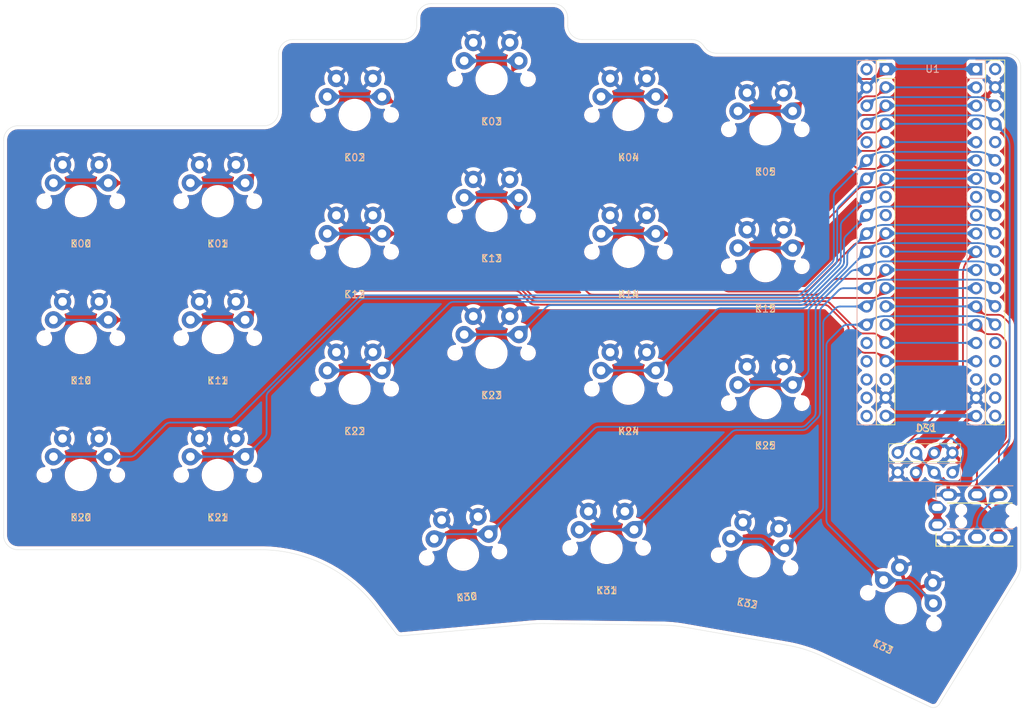
<source format=kicad_pcb>
(kicad_pcb (version 20240108) (generator "pcbnew") (generator_version "8.0")
  (title_block (title "YUKI") (date "2024-04-07") (rev "V0.1"))
  (layers (0 "F.Cu" signal) (31 "B.Cu" signal) (34 "B.Paste" user) (35 "F.Paste" user) (36 "B.SilkS" user "B.Silkscreen") (37 "F.SilkS" user "F.Silkscreen") (38 "B.Mask" user) (39 "F.Mask" user) (44 "Edge.Cuts" user))
  (net 0 "")
  (net 1 "/RX")
  (net 2 "GND")
  (net 3 "+3V3")
  (net 4 "/TX")
  (net 5 "/k00")
  (net 6 "/k10")
  (net 7 "/k20")
  (net 8 "/k01")
  (net 9 "/k11")
  (net 10 "/k21")
  (net 11 "/k02")
  (net 12 "/k12")
  (net 13 "/k22")
  (net 14 "/k03")
  (net 15 "/k13")
  (net 16 "/k23")
  (net 17 "/k30")
  (net 18 "/k04")
  (net 19 "/k14")
  (net 20 "/k24")
  (net 21 "/k31")
  (net 22 "/k05")
  (net 23 "/k15")
  (net 24 "/k25")
  (net 25 "/k32")
  (net 26 "/k33")
  (net 27 "/SCL")
  (net 28 "/SDA")
  (footprint "YUKI:CherryMX_rev" (layer "F.Cu") (at 87.8 89.05)
    (property "Reference" "K11" (hide yes))
    (property "Value" "KEYSW" (hide yes))
  )
  (footprint "YUKI:CherryMX_rev" (layer "F.Cu") (at 68.75 89.05)
    (property "Reference" "K10" (hide yes))
    (property "Value" "KEYSW" (hide yes))
  )
  (footprint "YUKI:CherryMX_rev" (layer "F.Cu") (at 164 79.05)
    (property "Reference" "K15" (hide yes))
    (property "Value" "KEYSW" (hide yes))
  )
  (footprint "YUKI:CherryMX_rev" (layer "F.Cu") (at 87.8 108.1)
    (property "Reference" "K21" (hide yes))
    (property "Value" "KEYSW" (hide yes))
  )
  (footprint "YUKI:CherryMX_rev" (layer "F.Cu") (at 164 98.1)
    (property "Reference" "K25" (hide yes))
    (property "Value" "KEYSW" (hide yes))
  )
  (footprint "YUKI:CherryMX_rev" (layer "F.Cu") (at 182.854044 126.646901 -25)
    (property "Reference" "K33" (hide yes))
    (property "Value" "KEYSW" (hide yes))
  )
  (footprint "YUKI:CherryMX_rev" (layer "F.Cu") (at 141.92 118.25)
    (property "Reference" "K31" (hide yes))
    (property "Value" "KEYSW" (hide yes))
  )
  (footprint "YUKI:CherryMX_rev" (layer "F.Cu") (at 106.85 96.1)
    (property "Reference" "K22" (hide yes))
    (property "Value" "KEYSW" (hide yes))
  )
  (footprint "YUKI:CherryMX_rev" (layer "F.Cu") (at 162.502823 120.132133 -10)
    (property "Reference" "K32" (hide yes))
    (property "Value" "KEYSW" (hide yes))
  )
  (footprint "YUKI:CherryMX_rev" (layer "F.Cu") (at 106.85 77.05)
    (property "Reference" "K12" (hide yes))
    (property "Value" "KEYSW" (hide yes))
  )
  (footprint "YUKI:CherryMX_rev" (layer "F.Cu") (at 68.75 70)
    (property "Reference" "K00" (hide yes))
    (property "Value" "KEYSW" (hide yes))
  )
  (footprint "YUKI:YUKI_YAAJ_WeAct_BlackPill_2" (layer "F.Cu") (at 178.21 51.61)
    (property "Reference" "U1")
    (property "Value" "YAAJ_WeAct_BlackPill_Part_Like" (hide yes))
  )
  (footprint "YUKI:CherryMX_rev" (layer "F.Cu") (at 144.95 96.1)
    (property "Reference" "K24" (hide yes))
    (property "Value" "KEYSW" (hide yes))
  )
  (footprint "YUKI:MJ-4PP-9_Cantor_MX_TX-RX_Crossover" (layer "F.Cu") (at 199.75 114.7 -90)
    (property "Reference" "J1")
    (property "Value" "TRRS" (hide yes))
  )
  (footprint "YUKI:OLED" (layer "F.Cu") (at 185.92 106.5)
    (property "Reference" "DS1")
    (property "Value" "OLED")
  )
  (footprint "YUKI:CherryMX_rev" (layer "F.Cu") (at 121.939331 119.192751 5)
    (property "Reference" "K30" (hide yes))
    (property "Value" "KEYSW" (hide yes))
  )
  (footprint "YUKI:CherryMX_rev" (layer "F.Cu") (at 106.85 58)
    (property "Reference" "K02" (hide yes))
    (property "Value" "KEYSW" (hide yes))
  )
  (footprint "YUKI:CherryMX_rev" (layer "F.Cu") (at 125.9 91.1)
    (property "Reference" "K23" (hide yes))
    (property "Value" "KEYSW" (hide yes))
  )
  (footprint "YUKI:CherryMX_rev" (layer "F.Cu") (at 164 60)
    (property "Reference" "K05" (hide yes))
    (property "Value" "KEYSW" (hide yes))
  )
  (footprint "YUKI:CherryMX_rev" (layer "F.Cu") (at 125.9 72.05)
    (property "Reference" "K13" (hide yes))
    (property "Value" "KEYSW" (hide yes))
  )
  (footprint "YUKI:CherryMX_rev" (layer "F.Cu") (at 144.95 58)
    (property "Reference" "K04" (hide yes))
    (property "Value" "KEYSW" (hide yes))
  )
  (footprint "YUKI:CherryMX_rev" (layer "F.Cu") (at 144.95 77.05)
    (property "Reference" "K14" (hide yes))
    (property "Value" "KEYSW" (hide yes))
  )
  (footprint "YUKI:CherryMX_rev" (layer "F.Cu") (at 125.9 53)
    (property "Reference" "K03" (hide yes))
    (property "Value" "KEYSW" (hide yes))
  )
  (footprint "YUKI:CherryMX_rev" (layer "F.Cu") (at 87.8 70)
    (property "Reference" "K01" (hide yes))
    (property "Value" "KEYSW" (hide yes))
  )
  (footprint "YUKI:CherryMX_rev" (layer "F.Cu") (at 68.75 108.1)
    (property "Reference" "K20" (hide yes))
    (property "Value" "KEYSW" (hide yes))
  )
  (gr_arc (start 60 118.5) (mid 58.585786 117.914214) (end 58 116.5) (stroke (width 0.05)) (layer "Edge.Cuts"))
  (gr_line (start 113.382929 130.465188) (end 131.166257 128.848522) (stroke (width 0.05)) (layer "Edge.Cuts"))
  (gr_arc (start 149.562756 128.978255) (mid 151.163475 129.063106) (end 152.752257 129.275876) (stroke (width 0.05)) (layer "Edge.Cuts"))
  (gr_arc (start 115.5 45.5) (mid 114.914214 46.914214) (end 113.5 47.5) (stroke (width 0.05)) (layer "Edge.Cuts"))
  (gr_arc (start 138.5 47.5) (mid 137.085786 46.914214) (end 136.5 45.5) (stroke (width 0.05)) (layer "Edge.Cuts"))
  (gr_arc (start 134.5 42.5) (mid 135.914214 43.085786) (end 136.5 44.5) (stroke (width 0.05)) (layer "Edge.Cuts"))
  (gr_line (start 60 118.5) (end 93.754447 118.5) (stroke (width 0.05)) (layer "Edge.Cuts"))
  (gr_line (start 113.5 47.5) (end 98.25 47.5) (stroke (width 0.05)) (layer "Edge.Cuts"))
  (gr_arc (start 115.5 44.5) (mid 116.085786 43.085786) (end 117.5 42.5) (stroke (width 0.05)) (layer "Edge.Cuts"))
  (gr_line (start 115.5 44.5) (end 115.5 45.5) (stroke (width 0.05)) (layer "Edge.Cuts"))
  (gr_line (start 94.25 59.5) (end 60 59.5) (stroke (width 0.05)) (layer "Edge.Cuts"))
  (gr_line (start 100.079002 119.526334) (end 100.160119 119.553373) (stroke (width 0.05)) (layer "Edge.Cuts"))
  (gr_line (start 197.55 49.4) (end 157.200888 49.4) (stroke (width 0.05)) (layer "Edge.Cuts"))
  (gr_arc (start 166.980714 131.765374) (mid 169.563812 132.396795) (end 172.040314 133.365312) (stroke (width 0.05)) (layer "Edge.Cuts"))
  (gr_arc (start 96.25 57.5) (mid 95.664214 58.914214) (end 94.25 59.5) (stroke (width 0.05)) (layer "Edge.Cuts"))
  (gr_arc (start 93.754447 118.5) (mid 96.958092 118.758251) (end 100.079002 119.526334) (stroke (width 0.05)) (layer "Edge.Cuts"))
  (gr_arc (start 153.768353 47.5) (mid 154.649575 47.704604) (end 155.350496 48.276553) (stroke (width 0.05)) (layer "Edge.Cuts"))
  (gr_line (start 136.5 45.5) (end 136.5 44.5) (stroke (width 0.05)) (layer "Edge.Cuts"))
  (gr_line (start 153.768353 47.5) (end 138.5 47.5) (stroke (width 0.05)) (layer "Edge.Cuts"))
  (gr_line (start 112.692393 130.269295) (end 109.734557 126.393531) (stroke (width 0.05)) (layer "Edge.Cuts"))
  (gr_line (start 199.55 51.4) (end 199.55 120.661049) (stroke (width 0.05)) (layer "Edge.Cuts"))
  (gr_arc (start 100.160119 119.553373) (mid 105.461764 122.25339) (end 109.734557 126.393531) (stroke (width 0.05)) (layer "Edge.Cuts"))
  (gr_line (start 172.040314 133.365312) (end 186.939236 140.367139) (stroke (width 0.05)) (layer "Edge.Cuts"))
  (gr_line (start 96.25 49.5) (end 96.25 57.5) (stroke (width 0.05)) (layer "Edge.Cuts"))
  (gr_line (start 188.218719 139.985654) (end 199.113456 122.219475) (stroke (width 0.05)) (layer "Edge.Cuts"))
  (gr_line (start 133.23443 128.768044) (end 149.562756 128.978255) (stroke (width 0.05)) (layer "Edge.Cuts"))
  (gr_line (start 152.752257 129.275876) (end 166.980714 131.765374) (stroke (width 0.05)) (layer "Edge.Cuts"))
  (gr_line (start 134.5 42.5) (end 117.5 42.5) (stroke (width 0.05)) (layer "Edge.Cuts"))
  (gr_arc (start 197.55 49.4) (mid 198.964214 49.985786) (end 199.55 51.4) (stroke (width 0.05)) (layer "Edge.Cuts"))
  (gr_arc (start 58 61.5) (mid 58.585786 60.085786) (end 60 59.5) (stroke (width 0.05)) (layer "Edge.Cuts"))
  (gr_arc (start 96.25 49.5) (mid 96.835786 48.085786) (end 98.25 47.5) (stroke (width 0.05)) (layer "Edge.Cuts"))
  (gr_arc (start 131.166257 128.848522) (mid 132.199302 128.781511) (end 133.23443 128.768044) (stroke (width 0.05)) (layer "Edge.Cuts"))
  (gr_arc (start 113.382929 130.465188) (mid 113.019479 130.431333) (end 112.692393 130.269295) (stroke (width 0.05)) (layer "Edge.Cuts"))
  (gr_line (start 58 61.5) (end 58 116.5) (stroke (width 0.05)) (layer "Edge.Cuts"))
  (gr_line (start 155.618745 48.623448) (end 155.350496 48.276553) (stroke (width 0.05)) (layer "Edge.Cuts"))
  (gr_arc (start 188.218719 139.985654) (mid 187.651965 140.421231) (end 186.939236 140.367139) (stroke (width 0.05)) (layer "Edge.Cuts"))
  (gr_arc (start 157.200888 49.4) (mid 156.319666 49.195396) (end 155.618745 48.623448) (stroke (width 0.05)) (layer "Edge.Cuts"))
  (gr_arc (start 199.55 120.661049) (mid 199.438803 121.470256) (end 199.113456 122.219475) (stroke (width 0.05)) (layer "Edge.Cuts"))
  (gr_text "DS1" (at 186.4 101.6 0) (layer "F.SilkS") (effects (font (size 1 1))))
  (segment (start 197.5 102.585786) (end 197.5 89.828428) (width 0.25) (layer "F.Cu") (net 1))
  (segment (start 193.45 110.85) (end 193.45 110.957274) (width 0.2) (layer "F.Cu") (net 1))
  (segment (start 196.171572 88.5) (end 195.054214 88.5) (width 0.25) (layer "F.Cu") (net 1))
  (segment (start 194.035787 106.464213) (end 197.207107 103.292893) (width 0.25) (layer "F.Cu") (net 1))
  (segment (start 193.45 110.85) (end 193.45 107.878427) (width 0.25) (layer "F.Cu") (net 1))
  (segment (start 195.57132 112.97132) (end 193.45 110.85) (width 0.25) (layer "F.Cu") (net 1))
  (segment (start 194.347107 88.207107) (end 193.33 87.19) (width 0.25) (layer "F.Cu") (net 1))
  (segment (start 196.45 116.8) (end 196.45 115.092641) (width 0.25) (layer "F.Cu") (net 1))
  (segment (start 197.207107 89.121321) (end 196.878679 88.792893) (width 0.25) (layer "F.Cu") (net 1))
  (arc (start 195.57132 112.97132) (mid 196.221639 113.94459) (end 196.45 115.092641) (width 0.25) (layer "F.Cu") (net 1))
  (arc (start 197.5 89.828428) (mid 197.42388 89.445745) (end 197.207107 89.121321) (width 0.25) (layer "F.Cu") (net 1))
  (arc (start 195.054214 88.5) (mid 194.67153 88.42388) (end 194.347107 88.207107) (width 0.25) (layer "F.Cu") (net 1))
  (arc (start 193.45 107.878427) (mid 193.602241 107.11306) (end 194.035787 106.464213) (width 0.25) (layer "F.Cu") (net 1))
  (arc (start 196.878679 88.792893) (mid 196.554256 88.57612) (end 196.171572 88.5) (width 0.25) (layer "F.Cu") (net 1))
  (arc (start 197.207107 103.292893) (mid 197.42388 102.96847) (end 197.5 102.585786) (width 0.25) (layer "F.Cu") (net 1))
  (segment (start 193.31 87.17) (end 193.33 87.19) (width 0.25) (layer "B.Cu") (net 1))
  (segment (start 180.75 87.17) (end 193.31 87.17) (width 0.25) (layer "B.Cu") (net 1))
  (segment (start 187.5 105.21) (end 187.5 105) (width 0.2) (layer "F.Cu") (net 3))
  (segment (start 184.96 107.75) (end 184.96 108.367359) (width 0.2) (layer "F.Cu") (net 3))
  (segment (start 184.96 107.54) (end 187.5 105) (width 0.5) (layer "F.Cu") (net 3))
  (segment (start 187.5 105) (end 192.61 99.89) (width 0.5) (layer "F.Cu") (net 3))
  (segment (start 187.95 115.05) (end 187.95 112.6) (width 0.5) (layer "F.Cu") (net 3))
  (segment (start 187.5 105) (end 188 105) (width 0.2) (layer "F.Cu") (net 3))
  (segment (start 192.61 99.89) (end 193.33 99.89) (width 0.5) (layer "F.Cu") (net 3))
  (segment (start 187.95 112.6) (end 185.838679 110.488679) (width 0.5) (layer "F.Cu") (net 3))
  (segment (start 193.11 99.89) (end 193.33 99.89) (width 0.2) (layer "F.Cu") (net 3))
  (segment (start 184.96 108.367359) (end 184.96 107.75) (width 0.5) (layer "F.Cu") (net 3))
  (segment (start 184.96 107.75) (end 184.96 107.54) (width 0.5) (layer "F.Cu") (net 3))
  (arc (start 184.96 108.367359) (mid 185.188361 109.515409) (end 185.838679 110.488679) (width 0.5) (layer "F.Cu") (net 3))
  (segment (start 195.69368 56.39368) (end 195.99 56.69) (width 0.25) (layer "B.Cu") (net 3))
  (segment (start 178.09 56.71) (end 178.406321 56.393679) (width 0.25) (layer "B.Cu") (net 3))
  (segment (start 193.31 99.87) (end 180.75 99.87) (width 0.5) (layer "B.Cu") (net 3))
  (segment (start 180.527641 55.515) (end 193.572359 55.515) (width 0.25) (layer "B.Cu") (net 3))
  (segment (start 178.09 56.71) (end 178.381321 56.418679) (width 0.2) (layer "B.Cu") (net 3))
  (segment (start 195.71868 56.41868) (end 195.99 56.69) (width 0.2) (layer "B.Cu") (net 3))
  (segment (start 193.33 99.89) (end 193.31 99.87) (width 0.2) (layer "B.Cu") (net 3))
  (arc (start 193.572359 55.515) (mid 194.72041 55.743362) (end 195.69368 56.39368) (width 0.25) (layer "B.Cu") (net 3))
  (arc (start 178.406321 56.393679) (mid 179.379591 55.743361) (end 180.527641 55.515) (width 0.25) (layer "B.Cu") (net 3))
  (segment (start 197.097893 86.097893) (end 197.707107 86.707107) (width 0.25) (layer "F.Cu") (net 4))
  (segment (start 196.5 105.05061) (end 196.5 110.8) (width 0.25) (layer "F.Cu") (net 4))
  (segment (start 197.707107 103.429289) (end 196.792893 104.343503) (width 0.25) (layer "F.Cu") (net 4))
  (segment (start 198 87.414214) (end 198 102.722182) (width 0.25) (layer "F.Cu") (net 4))
  (segment (start 196.5 110.8) (end 196.45 110.85) (width 0.25) (layer "F.Cu") (net 4))
  (segment (start 193.33 84.65) (end 194.192107 85.512107) (width 0.25) (layer "F.Cu") (net 4))
  (segment (start 194.899214 85.805) (end 196.390786 85.805) (width 0.25) (layer "F.Cu") (net 4))
  (arc (start 197.707107 86.707107) (mid 197.92388 87.03153) (end 198 87.414214) (width 0.25) (layer "F.Cu") (net 4))
  (arc (start 194.192107 85.512107) (mid 194.51653 85.72888) (end 194.899214 85.805) (width 0.25) (layer "F.Cu") (net 4))
  (arc (start 197.707107 103.429289) (mid 197.92388 103.104866) (end 198 102.722182) (width 0.25) (layer "F.Cu") (net 4))
  (arc (start 196.792893 104.343503) (mid 196.57612 104.667926) (end 196.5 105.05061) (width 0.25) (layer "F.Cu") (net 4))
  (arc (start 197.097893 86.097893) (mid 196.77347 85.88112) (end 196.390786 85.805) (width 0.25) (layer "F.Cu") (net 4))
  (segment (start 193.45 116.8) (end 193.45 115.092641) (width 0.25) (layer "B.Cu") (net 4))
  (segment (start 193.31 84.63) (end 193.33 84.65) (width 0.25) (layer "B.Cu") (net 4))
  (segment (start 194.32868 112.97132) (end 196.45 110.85) (width 0.25) (layer "B.Cu") (net 4))
  (segment (start 180.75 84.63) (end 193.31 84.63) (width 0.25) (layer "B.Cu") (net 4))
  (arc (start 193.45 115.092641) (mid 193.678362 113.94459) (end 194.32868 112.97132) (width 0.25) (layer "B.Cu") (net 4))
  (segment (start 176.376978 65.092893) (end 176.496192 65.212107) (width 0.25) (layer "F.Cu") (net 5))
  (segment (start 102.783114 64.8) (end 175.669871 64.8) (width 0.25) (layer "F.Cu") (net 5))
  (segment (start 177.203299 65.505) (end 179.140786 65.505) (width 0.25) (layer "F.Cu") (net 5))
  (segment (start 94.461793 72.707107) (end 102.076007 65.092893) (width 0.25) (layer "F.Cu") (net 5))
  (segment (start 75.645786 67.46) (end 72.56 67.46) (width 0.25) (layer "F.Cu") (net 5))
  (segment (start 81.307107 72.707107) (end 76.352893 67.752893) (width 0.25) (layer "F.Cu") (net 5))
  (segment (start 179.847893 65.212107) (end 180.75 64.31) (width 0.25) (layer "F.Cu") (net 5))
  (segment (start 82.014214 73) (end 93.754686 73) (width 0.25) (layer "F.Cu") (net 5))
  (arc (start 102.076007 65.092893) (mid 102.40043 64.87612) (end 102.783114 64.8) (width 0.25) (layer "F.Cu") (net 5))
  (arc (start 93.754686 73) (mid 94.13737 72.92388) (end 94.461793 72.707107) (width 0.25) (layer "F.Cu") (net 5))
  (arc (start 175.669871 64.8) (mid 176.052555 64.87612) (end 176.376978 65.092893) (width 0.25) (layer "F.Cu") (net 5))
  (arc (start 75.645786 67.46) (mid 76.028469 67.53612) (end 76.352893 67.752893) (width 0.25) (layer "F.Cu") (net 5))
  (arc (start 176.496192 65.212107) (mid 176.820615 65.42888) (end 177.203299 65.505) (width 0.25) (layer "F.Cu") (net 5))
  (arc (start 179.140786 65.505) (mid 179.523469 65.42888) (end 179.847893 65.212107) (width 0.25) (layer "F.Cu") (net 5))
  (arc (start 82.014214 73) (mid 81.631531 72.92388) (end 81.307107 72.707107) (width 0.25) (layer "F.Cu") (net 5))
  (segment (start 72.56 67.46) (end 64.94 67.46) (width 0.25) (layer "B.Cu") (net 5))
  (segment (start 193.31 64.31) (end 193.33 64.33) (width 0.25) (layer "B.Cu") (net 5))
  (segment (start 180.75 64.31) (end 193.31 64.31) (width 0.25) (layer "B.Cu") (net 5))
  (segment (start 175.588909 88.774695) (end 175.588909 87.839519) (width 0.25) (layer "F.Cu") (net 6))
  (segment (start 172.14939 84.4) (end 131.941422 84.4) (width 0.25) (layer "F.Cu") (net 6))
  (segment (start 177.202107 90.802107) (end 175.881802 89.481802) (width 0.25) (layer "F.Cu") (net 6))
  (segment (start 131.234315 84.107107) (end 129.870101 82.742893) (width 0.25) (layer "F.Cu") (net 6))
  (segment (start 105.257107 82.742893) (end 94.692893 93.307107) (width 0.25) (layer "F.Cu") (net 6))
  (segment (start 180.75 92.25) (end 179.887893 91.387893) (width 0.25) (layer "F.Cu") (net 6))
  (segment (start 129.162994 82.45) (end 105.964214 82.45) (width 0.25) (layer "F.Cu") (net 6))
  (segment (start 93.985786 93.6) (end 83.414214 93.6) (width 0.25) (layer "F.Cu") (net 6))
  (segment (start 82.707107 93.307107) (end 76.202893 86.802893) (width 0.25) (layer "F.Cu") (net 6))
  (segment (start 75.495786 86.51) (end 72.56 86.51) (width 0.25) (layer "F.Cu") (net 6))
  (segment (start 175.296016 87.132412) (end 172.856497 84.692893) (width 0.25) (layer "F.Cu") (net 6))
  (segment (start 179.180786 91.095) (end 177.909214 91.095) (width 0.25) (layer "F.Cu") (net 6))
  (arc (start 105.964214 82.45) (mid 105.581531 82.52612) (end 105.257107 82.742893) (width 0.25) (layer "F.Cu") (net 6))
  (arc (start 129.870101 82.742893) (mid 129.545677 82.52612) (end 129.162994 82.45) (width 0.25) (layer "F.Cu") (net 6))
  (arc (start 131.941422 84.4) (mid 131.558739 84.32388) (end 131.234315 84.107107) (width 0.25) (layer "F.Cu") (net 6))
  (arc (start 179.887893 91.387893) (mid 179.56347 91.17112) (end 179.180786 91.095) (width 0.25) (layer "F.Cu") (net 6))
  (arc (start 76.202893 86.802893) (mid 75.87847 86.58612) (end 75.495786 86.51) (width 0.25) (layer "F.Cu") (net 6))
  (arc (start 175.588909 87.839519) (mid 175.512789 87.456836) (end 175.296016 87.132412) (width 0.25) (layer "F.Cu") (net 6))
  (arc (start 177.909214 91.095) (mid 177.526531 91.01888) (end 177.202107 90.802107) (width 0.25) (layer "F.Cu") (net 6))
  (arc (start 172.856497 84.692893) (mid 172.532073 84.47612) (end 172.14939 84.4) (width 0.25) (layer "F.Cu") (net 6))
  (arc (start 83.414214 93.6) (mid 83.03153 93.52388) (end 82.707107 93.307107) (width 0.25) (layer "F.Cu") (net 6))
  (arc (start 94.692893 93.307107) (mid 94.368469 93.52388) (end 93.985786 93.6) (width 0.25) (layer "F.Cu") (net 6))
  (arc (start 175.881802 89.481802) (mid 175.665029 89.157379) (end 175.588909 88.774695) (width 0.25) (layer "F.Cu") (net 6))
  (segment (start 180.75 92.25) (end 193.31 92.25) (width 0.25) (layer "B.Cu") (net 6))
  (segment (start 193.31 92.25) (end 193.33 92.27) (width 0.25) (layer "B.Cu") (net 6))
  (segment (start 72.56 86.51) (end 64.94 86.51) (width 0.25) (layer "B.Cu") (net 6))
  (segment (start 180.527641 63.135) (end 193.572359 63.135) (width 0.25) (layer "B.Cu") (net 7))
  (segment (start 169.047309 82.807107) (end 173.234315 78.620101) (width 0.25) (layer "B.Cu") (net 7))
  (segment (start 173.820101 68.599899) (end 178.09 64.33) (width 0.25) (layer "B.Cu") (net 7))
  (segment (start 178.09 64.33) (end 178.381321 64.038679) (width 0.2) (layer "B.Cu") (net 7))
  (segment (start 72.56 105.56) (end 72.56 105.94) (width 0.25) (layer "B.Cu") (net 7))
  (segment (start 178.09 64.33) (end 178.406321 64.013679) (width 0.25) (layer "B.Cu") (net 7))
  (segment (start 195.69368 64.01368) (end 195.99 64.31) (width 0.25) (layer "B.Cu") (net 7))
  (segment (start 81.214214 100.8) (end 89.54939 100.8) (width 0.25) (layer "B.Cu") (net 7))
  (segment (start 173.527208 77.912994) (end 173.527208 69.307006) (width 0.25) (layer "B.Cu") (net 7))
  (segment (start 90.256497 100.507107) (end 107.370711 83.392893) (width 0.25) (layer "B.Cu") (net 7))
  (segment (start 72.56 105.56) (end 64.94 105.56) (width 0.25) (layer "B.Cu") (net 7))
  (segment (start 108.077818 83.1) (end 168.340202 83.1) (width 0.25) (layer "B.Cu") (net 7))
  (segment (start 195.71868 64.03868) (end 195.99 64.31) (width 0.2) (layer "B.Cu") (net 7))
  (segment (start 76.332893 105.267107) (end 80.507107 101.092893) (width 0.25) (layer "B.Cu") (net 7))
  (segment (start 72.56 105.56) (end 75.625786 105.56) (width 0.25) (layer "B.Cu") (net 7))
  (segment (start 72.56 105.94) (end 72.5 106) (width 0.25) (layer "B.Cu") (net 7))
  (arc (start 76.332893 105.267107) (mid 76.00847 105.48388) (end 75.625786 105.56) (width 0.25) (layer "B.Cu") (net 7))
  (arc (start 168.340202 83.1) (mid 168.722886 83.02388) (end 169.047309 82.807107) (width 0.25) (layer "B.Cu") (net 7))
  (arc (start 90.256497 100.507107) (mid 89.932074 100.72388) (end 89.54939 100.8) (width 0.25) (layer "B.Cu") (net 7))
  (arc (start 81.214214 100.8) (mid 80.831531 100.87612) (end 80.507107 101.092893) (width 0.25) (layer "B.Cu") (net 7))
  (arc (start 107.370711 83.392893) (mid 107.695134 83.17612) (end 108.077818 83.1) (width 0.25) (layer "B.Cu") (net 7))
  (arc (start 173.234315 78.620101) (mid 173.451088 78.295678) (end 173.527208 77.912994) (width 0.25) (layer "B.Cu") (net 7))
  (arc (start 180.527641 63.135) (mid 179.379591 63.363361) (end 178.406321 64.013679) (width 0.25) (layer "B.Cu") (net 7))
  (arc (start 173.527208 69.307006) (mid 173.603328 68.924322) (end 173.820101 68.599899) (width 0.25) (layer "B.Cu") (net 7))
  (arc (start 193.572359 63.135) (mid 194.72041 63.363362) (end 195.69368 64.01368) (width 0.25) (layer "B.Cu") (net 7))
  (segment (start 179.204088 62.998073) (end 179.396915 62.95972) (width 0.25) (layer "F.Cu") (net 8))
  (segment (start 179.812893 62.707107) (end 180.75 61.77) (width 0.25) (layer "F.Cu") (net 8))
  (segment (start 179.742026 62.77526) (end 179.812893 62.707107) (width 0.25) (layer "F.Cu") (net 8))
  (segment (start 179.578554 62.884485) (end 179.742026 62.77526) (width 0.25) (layer "F.Cu") (net 8))
  (segment (start 91.61 67.46) (end 94.427107 64.642893) (width 0.25) (layer "F.Cu") (net 8))
  (segment (start 177.130355 62.998073) (end 179.204088 62.998073) (width 0.25) (layer "F.Cu") (net 8))
  (segment (start 95.134214 64.35) (end 174.95 64.35) (width 0.25) (layer "F.Cu") (net 8))
  (segment (start 175.657107 64.057107) (end 176.423248 63.290966) (width 0.25) (layer "F.Cu") (net 8))
  (segment (start 179.396915 62.95972) (end 179.578554 62.884485) (width 0.25) (layer "F.Cu") (net 8))
  (arc (start 177.130355 62.998073) (mid 176.747672 63.074193) (end 176.423248 63.290966) (width 0.25) (layer "F.Cu") (net 8))
  (arc (start 95.134214 64.35) (mid 94.751531 64.42612) (end 94.427107 64.642893) (width 0.25) (layer "F.Cu") (net 8))
  (arc (start 174.95 64.35) (mid 175.332683 64.27388) (end 175.657107 64.057107) (width 0.25) (layer "F.Cu") (net 8))
  (segment (start 91.61 67.46) (end 83.99 67.46) (width 0.25) (layer "B.Cu") (net 8))
  (segment (start 193.31 61.77) (end 193.33 61.79) (width 0.25) (layer "B.Cu") (net 8))
  (segment (start 180.75 61.77) (end 193.31 61.77) (width 0.25) (layer "B.Cu") (net 8))
  (segment (start 132.091422 83.913604) (end 172.29939 83.913604) (width 0.25) (layer "F.Cu") (net 9))
  (segment (start 173.006497 84.206497) (end 176.907107 88.107107) (width 0.25) (layer "F.Cu") (net 9))
  (segment (start 130.056497 82.292893) (end 131.384315 83.620711) (width 0.25) (layer "F.Cu") (net 9))
  (segment (start 96.534214 82) (end 129.34939 82) (width 0.25) (layer "F.Cu") (net 9))
  (segment (start 91.61 86.51) (end 95.827107 82.292893) (width 0.25) (layer "F.Cu") (net 9))
  (segment (start 177.614214 88.4) (end 179.025786 88.4) (width 0.25) (layer "F.Cu") (net 9))
  (segment (start 179.732893 88.692893) (end 180.75 89.71) (width 0.25) (layer "F.Cu") (net 9))
  (arc (start 173.006497 84.206497) (mid 172.682074 83.989724) (end 172.29939 83.913604) (width 0.25) (layer "F.Cu") (net 9))
  (arc (start 179.732893 88.692893) (mid 179.40847 88.47612) (end 179.025786 88.4) (width 0.25) (layer "F.Cu") (net 9))
  (arc (start 131.384315 83.620711) (mid 131.708738 83.837484) (end 132.091422 83.913604) (width 0.25) (layer "F.Cu") (net 9))
  (arc (start 96.534214 82) (mid 96.151531 82.07612) (end 95.827107 82.292893) (width 0.25) (layer "F.Cu") (net 9))
  (arc (start 129.34939 82) (mid 129.732073 82.07612) (end 130.056497 82.292893) (width 0.25) (layer "F.Cu") (net 9))
  (arc (start 177.614214 88.4) (mid 177.231531 88.32388) (end 176.907107 88.107107) (width 0.25) (layer "F.Cu") (net 9))
  (segment (start 180.75 89.71) (end 193.31 89.71) (width 0.25) (layer "B.Cu") (net 9))
  (segment (start 193.31 89.71) (end 193.33 89.73) (width 0.25) (layer "B.Cu") (net 9))
  (segment (start 91.61 86.51) (end 83.99 86.51) (width 0.25) (layer "B.Cu") (net 9))
  (segment (start 178.09 66.87) (end 178.381321 66.578679) (width 0.2) (layer "B.Cu") (net 10))
  (segment (start 108.264214 83.55) (end 168.526598 83.55) (width 0.25) (layer "B.Cu") (net 10))
  (segment (start 91.865 105.305) (end 91.895 105.305) (width 0.25) (layer "B.Cu") (net 10))
  (segment (start 195.69368 66.55368) (end 195.99 66.85) (width 0.25) (layer "B.Cu") (net 10))
  (segment (start 174.292893 70.667107) (end 178.09 66.87) (width 0.25) (layer "B.Cu") (net 10))
  (segment (start 94.892893 96.507107) (end 107.557107 83.842893) (width 0.25) (layer "B.Cu") (net 10))
  (segment (start 91.61 105.56) (end 91.865 105.305) (width 0.25) (layer "B.Cu") (net 10))
  (segment (start 174 78.076598) (end 174 71.374214) (width 0.25) (layer "B.Cu") (net 10))
  (segment (start 91.895 105.305) (end 94.307107 102.892893) (width 0.25) (layer "B.Cu") (net 10))
  (segment (start 169.233705 83.257107) (end 173.707107 78.783705) (width 0.25) (layer "B.Cu") (net 10))
  (segment (start 83.99 105.56) (end 91.61 105.56) (width 0.25) (layer "B.Cu") (net 10))
  (segment (start 178.09 66.87) (end 178.406321 66.553679) (width 0.25) (layer "B.Cu") (net 10))
  (segment (start 180.527641 65.675) (end 193.572359 65.675) (width 0.25) (layer "B.Cu") (net 10))
  (segment (start 195.71868 66.57868) (end 195.99 66.85) (width 0.2) (layer "B.Cu") (net 10))
  (segment (start 94.6 102.185786) (end 94.6 97.214214) (width 0.25) (layer "B.Cu") (net 10))
  (arc (start 94.6 102.185786) (mid 94.52388 102.568469) (end 94.307107 102.892893) (width 0.25) (layer "B.Cu") (net 10))
  (arc (start 193.572359 65.675) (mid 194.72041 65.903362) (end 195.69368 66.55368) (width 0.25) (layer "B.Cu") (net 10))
  (arc (start 173.707107 78.783705) (mid 173.92388 78.459282) (end 174 78.076598) (width 0.25) (layer "B.Cu") (net 10))
  (arc (start 174 71.374214) (mid 174.07612 70.99153) (end 174.292893 70.667107) (width 0.25) (layer "B.Cu") (net 10))
  (arc (start 178.406321 66.553679) (mid 179.379591 65.903361) (end 180.527641 65.675) (width 0.25) (layer "B.Cu") (net 10))
  (arc (start 168.526598 83.55) (mid 168.909282 83.47388) (end 169.233705 83.257107) (width 0.25) (layer "B.Cu") (net 10))
  (arc (start 107.557107 83.842893) (mid 107.88153 83.62612) (end 108.264214 83.55) (width 0.25) (layer "B.Cu") (net 10))
  (arc (start 94.892893 96.507107) (mid 94.67612 96.83153) (end 94.6 97.214214) (width 0.25) (layer "B.Cu") (net 10))
  (segment (start 179.847893 60.132107) (end 180.75 59.23) (width 0.25) (layer "F.Cu") (net 11))
  (segment (start 110.66 55.46) (end 111.415845 56.215845) (width 0.25) (layer "F.Cu") (net 11))
  (segment (start 179.431915 60.38472) (end 179.613554 60.309485) (width 0.25) (layer "F.Cu") (net 11))
  (segment (start 179.140786 60.425) (end 179.239088 60.423073) (width 0.25) (layer "F.Cu") (net 11))
  (segment (start 174.611192 63.607107) (end 177.500406 60.717893) (width 0.25) (layer "F.Cu") (net 11))
  (segment (start 179.777026 60.20026) (end 179.847893 60.132107) (width 0.25) (layer "F.Cu") (net 11))
  (segment (start 178.109212 60.426936) (end 178.207513 60.425) (width 0.25) (layer "F.Cu") (net 11))
  (segment (start 177.500406 60.717893) (end 177.571279 60.649748) (width 0.25) (layer "F.Cu") (net 11))
  (segment (start 177.571279 60.649748) (end 177.734749 60.540523) (width 0.25) (layer "F.Cu") (net 11))
  (segment (start 179.239088 60.423073) (end 179.431915 60.38472) (width 0.25) (layer "F.Cu") (net 11))
  (segment (start 131.292893 56.492893) (end 138.407107 63.607107) (width 0.25) (layer "F.Cu") (net 11))
  (segment (start 178.207513 60.425) (end 179.140786 60.425) (width 0.25) (layer "F.Cu") (net 11))
  (segment (start 111.415845 56.215845) (end 130.798261 56.215845) (width 0.25) (layer "F.Cu") (net 11))
  (segment (start 177.916387 60.465289) (end 178.109212 60.426936) (width 0.25) (layer "F.Cu") (net 11))
  (segment (start 139.114214 63.9) (end 173.904085 63.9) (width 0.25) (layer "F.Cu") (net 11))
  (segment (start 177.734749 60.540523) (end 177.916387 60.465289) (width 0.25) (layer "F.Cu") (net 11))
  (segment (start 179.613554 60.309485) (end 179.777026 60.20026) (width 0.25) (layer "F.Cu") (net 11))
  (arc (start 138.407107 63.607107) (mid 138.73153 63.82388) (end 139.114214 63.9) (width 0.25) (layer "F.Cu") (net 11))
  (arc (start 173.904085 63.9) (mid 174.286768 63.82388) (end 174.611192 63.607107) (width 0.25) (layer "F.Cu") (net 11))
  (arc (start 130.798261 56.215845) (mid 131.065403 56.319539) (end 131.292893 56.492893) (width 0.25) (layer "F.Cu") (net 11))
  (segment (start 180.75 59.23) (end 193.31 59.23) (width 0.25) (layer "B.Cu") (net 11))
  (segment (start 110.66 55.46) (end 103.04 55.46) (width 0.25) (layer "B.Cu") (net 11))
  (segment (start 193.31 59.23) (end 193.33 59.25) (width 0.25) (layer "B.Cu") (net 11))
  (segment (start 179.669289 83.170711) (end 180.75 82.09) (width 0.25) (layer "F.Cu") (net 12))
  (segment (start 132.277818 83.463604) (end 178.962182 83.463604) (width 0.25) (layer "F.Cu") (net 12))
  (segment (start 110.66 74.51) (end 122.495786 74.51) (width 0.25) (layer "F.Cu") (net 12))
  (segment (start 123.202893 74.802893) (end 131.570711 83.170711) (width 0.25) (layer "F.Cu") (net 12))
  (arc (start 132.277818 83.463604) (mid 131.895135 83.387484) (end 131.570711 83.170711) (width 0.25) (layer "F.Cu") (net 12))
  (arc (start 122.495786 74.51) (mid 122.878469 74.58612) (end 123.202893 74.802893) (width 0.25) (layer "F.Cu") (net 12))
  (arc (start 178.962182 83.463604) (mid 179.344865 83.387484) (end 179.669289 83.170711) (width 0.25) (layer "F.Cu") (net 12))
  (segment (start 193.31 82.09) (end 193.33 82.11) (width 0.25) (layer "B.Cu") (net 12))
  (segment (start 110.66 74.51) (end 103.04 74.51) (width 0.25) (layer "B.Cu") (net 12))
  (segment (start 180.75 82.09) (end 193.31 82.09) (width 0.25) (layer "B.Cu") (net 12))
  (segment (start 110.66 93.56) (end 119.927107 84.292893) (width 0.25) (layer "B.Cu") (net 13))
  (segment (start 195.52368 68.92368) (end 195.99 69.39) (width 0.25) (layer "B.Cu") (net 13))
  (segment (start 120.634214 84) (end 168.712994 84) (width 0.25) (layer "B.Cu") (net 13))
  (segment (start 174.792893 72.707107) (end 178.09 69.41) (width 0.25) (layer "B.Cu") (net 13))
  (segment (start 169.420101 83.707107) (end 174.207107 78.920101) (width 0.25) (layer "B.Cu") (net 13))
  (segment (start 174.5 78.212994) (end 174.5 73.414214) (width 0.25) (layer "B.Cu") (net 13))
  (segment (start 178.09 69.41) (end 178.381321 69.118679) (width 0.2) (layer "B.Cu") (net 13))
  (segment (start 178.09 69.41) (end 178.576321 68.923679) (width 0.25) (layer "B.Cu") (net 13))
  (segment (start 110.66 93.56) (end 103.04 93.56) (width 0.25) (layer "B.Cu") (net 13))
  (segment (start 195.71868 69.11868) (end 195.99 69.39) (width 0.2) (layer "B.Cu") (net 13))
  (segment (start 180.697641 68.045) (end 193.402359 68.045) (width 0.25) (layer "B.Cu") (net 13))
  (arc (start 174.5 78.212994) (mid 174.42388 78.595677) (end 174.207107 78.920101) (width 0.25) (layer "B.Cu") (net 13))
  (arc (start 119.927107 84.292893) (mid 120.25153 84.07612) (end 120.634214 84) (width 0.25) (layer "B.Cu") (net 13))
  (arc (start 193.402359 68.045) (mid 194.55041 68.273362) (end 195.52368 68.92368) (width 0.25) (layer "B.Cu") (net 13))
  (arc (start 174.5 73.414214) (mid 174.57612 73.031531) (end 174.792893 72.707107) (width 0.25) (layer "B.Cu") (net 13))
  (arc (start 169.420101 83.707107) (mid 169.095678 83.92388) (end 168.712994 84) (width 0.25) (layer "B.Cu") (net 13))
  (arc (start 178.576321 68.923679) (mid 179.549591 68.273361) (end 180.697641 68.045) (width 0.25) (layer "B.Cu") (net 13))
  (segment (start 172.106978 63.157107) (end 176.971192 58.292893) (width 0.25) (layer "F.Cu") (net 14))
  (segment (start 139.30061 63.45) (end 171.399871 63.45) (width 0.25) (layer "F.Cu") (net 14))
  (segment (start 128.8 51.37) (end 128.8 52.94939) (width 0.25) (layer "F.Cu") (net 14))
  (segment (start 177.678299 58) (end 179.025786 58) (width 0.25) (layer "F.Cu") (net 14))
  (segment (start 129.71 50.46) (end 128.8 51.37) (width 0.25) (layer "F.Cu") (net 14))
  (segment (start 129.092893 53.656497) (end 138.593503 63.157107) (width 0.25) (layer "F.Cu") (net 14))
  (segment (start 179.732893 57.707107) (end 180.75 56.69) (width 0.25) (layer "F.Cu") (net 14))
  (arc (start 179.025786 58) (mid 179.40847 57.92388) (end 179.732893 57.707107) (width 0.25) (layer "F.Cu") (net 14))
  (arc (start 171.399871 63.45) (mid 171.782554 63.37388) (end 172.106978 63.157107) (width 0.25) (layer "F.Cu") (net 14))
  (arc (start 139.30061 63.45) (mid 138.917927 63.37388) (end 138.593503 63.157107) (width 0.25) (layer "F.Cu") (net 14))
  (arc (start 176.971192 58.292893) (mid 177.295616 58.07612) (end 177.678299 58) (width 0.25) (layer "F.Cu") (net 14))
  (arc (start 128.8 52.94939) (mid 128.87612 53.332073) (end 129.092893 53.656497) (width 0.25) (layer "F.Cu") (net 14))
  (segment (start 180.75 56.69) (end 193.31 56.69) (width 0.25) (layer "B.Cu") (net 14))
  (segment (start 129.71 50.46) (end 122.09 50.46) (width 0.25) (layer "B.Cu") (net 14))
  (segment (start 193.31 56.69) (end 193.33 56.71) (width 0.25) (layer "B.Cu") (net 14))
  (segment (start 129.71 69.51) (end 129.6 69.62) (width 0.25) (layer "F.Cu") (net 15))
  (segment (start 173.996277 80.8) (end 179.085786 80.8) (width 0.25) (layer "F.Cu") (net 15))
  (segment (start 179.792893 80.507107) (end 180.75 79.55) (width 0.25) (layer "F.Cu") (net 15))
  (segment (start 171.661352 82.720711) (end 173.28917 81.092893) (width 0.25) (layer "F.Cu") (net 15))
  (segment (start 129.425987 69.651487) (end 129.425987 72.417273) (width 0.25) (layer "F.Cu") (net 15))
  (segment (start 129.71888 73.12438) (end 139.315211 82.720711) (width 0.25) (layer "F.Cu") (net 15))
  (segment (start 140.022318 83.013604) (end 170.954245 83.013604) (width 0.25) (layer "F.Cu") (net 15))
  (arc (start 170.954245 83.013604) (mid 171.336929 82.937484) (end 171.661352 82.720711) (width 0.25) (layer "F.Cu") (net 15))
  (arc (start 173.28917 81.092893) (mid 173.613593 80.87612) (end 173.996277 80.8) (width 0.25) (layer "F.Cu") (net 15))
  (arc (start 139.315211 82.720711) (mid 139.639634 82.937484) (end 140.022318 83.013604) (width 0.25) (layer "F.Cu") (net 15))
  (arc (start 129.425987 72.417273) (mid 129.502107 72.799956) (end 129.71888 73.12438) (width 0.25) (layer "F.Cu") (net 15))
  (arc (start 179.085786 80.8) (mid 179.468469 80.72388) (end 179.792893 80.507107) (width 0.25) (layer "F.Cu") (net 15))
  (segment (start 180.75 79.55) (end 193.31 79.55) (width 0.25) (layer "B.Cu") (net 15))
  (segment (start 193.31 79.55) (end 193.33 79.57) (width 0.25) (layer "B.Cu") (net 15))
  (segment (start 122.09 69.51) (end 129.71 69.51) (width 0.25) (layer "B.Cu") (net 15))
  (segment (start 129.71 88.56) (end 133.527107 84.742893) (width 0.25) (layer "B.Cu") (net 16))
  (segment (start 134.234214 84.45) (end 168.89939 84.45) (width 0.25) (layer "B.Cu") (net 16))
  (segment (start 175.242893 74.797107) (end 178.09 71.95) (width 0.25) (layer "B.Cu") (net 16))
  (segment (start 178.09 71.95) (end 178.406321 71.633679) (width 0.25) (layer "B.Cu") (net 16))
  (segment (start 174.95 78.39939) (end 174.95 75.504214) (width 0.25) (layer "B.Cu") (net 16))
  (segment (start 195.69368 71.63368) (end 195.99 71.93) (width 0.25) (layer "B.Cu") (net 16))
  (segment (start 180.527641 70.755) (end 193.572359 70.755) (width 0.25) (layer "B.Cu") (net 16))
  (segment (start 195.71868 71.65868) (end 195.99 71.93) (width 0.2) (layer "B.Cu") (net 16))
  (segment (start 129.71 88.56) (end 122.09 88.56) (width 0.25) (layer "B.Cu") (net 16))
  (segment (start 169.606497 84.157107) (end 174.657107 79.106497) (width 0.25) (layer "B.Cu") (net 16))
  (segment (start 178.09 71.95) (end 178.381321 71.658679) (width 0.2) (layer "B.Cu") (net 16))
  (arc (start 174.95 78.39939) (mid 174.87388 78.782073) (end 174.657107 79.106497) (width 0.25) (layer "B.Cu") (net 16))
  (arc (start 133.527107 84.742893) (mid 133.85153 84.52612) (end 134.234214 84.45) (width 0.25) (layer "B.Cu") (net 16))
  (arc (start 193.572359 70.755) (mid 194.72041 70.983362) (end 195.69368 71.63368) (width 0.25) (layer "B.Cu") (net 16))
  (arc (start 168.89939 84.45) (mid 169.282073 84.37388) (end 169.606497 84.157107) (width 0.25) (layer "B.Cu") (net 16))
  (arc (start 180.527641 70.755) (mid 179.379591 70.983361) (end 178.406321 71.633679) (width 0.25) (layer "B.Cu") (net 16))
  (arc (start 175.242893 74.797107) (mid 175.02612 75.12153) (end 174.95 75.504214) (width 0.25) (layer "B.Cu") (net 16))
  (segment (start 178.09 79.57) (end 178.406321 79.253679) (width 0.25) (layer "B.Cu") (net 17))
  (segment (start 176.517006 79.57) (end 178.09 79.57) (width 0.25) (layer "B.Cu") (net 17))
  (segment (start 195.69368 79.25368) (end 195.99 79.55) (width 0.25) (layer "B.Cu") (net 17))
  (segment (start 117.922454 116.99448) (end 118.586581 116.330353) (width 0.25) (layer "B.Cu") (net 17))
  (segment (start 180.527641 78.375) (end 193.572359 78.375) (width 0.25) (layer "B.Cu") (net 17))
  (segment (start 171.292893 84.379899) (end 175.809899 79.862893) (width 0.25) (layer "B.Cu") (net 17))
  (segment (start 169.692893 101.107107) (end 170.707107 100.092893) (width 0.25) (layer "B.Cu") (net 17))
  (segment (start 171 99.385786) (end 171 85.087006) (width 0.25) (layer "B.Cu") (net 17))
  (segment (start 125.513457 116.330353) (end 140.150917 101.692893) (width 0.25) (layer "B.Cu") (net 17))
  (segment (start 118.586581 116.330353) (end 125.513457 116.330353) (width 0.25) (layer "B.Cu") (net 17))
  (segment (start 178.09 79.57) (end 178.381321 79.278679) (width 0.2) (layer "B.Cu") (net 17))
  (segment (start 140.858024 101.4) (end 168.985786 101.4) (width 0.25) (layer "B.Cu") (net 17))
  (segment (start 195.71868 79.27868) (end 195.99 79.55) (width 0.2) (layer "B.Cu") (net 17))
  (arc (start 195.69368 79.25368) (mid 194.72041 78.603361) (end 193.572359 78.375) (width 0.25) (layer "B.Cu") (net 17))
  (arc (start 169.692893 101.107107) (mid 169.36847 101.32388) (end 168.985786 101.4) (width 0.25) (layer "B.Cu") (net 17))
  (arc (start 140.150917 101.692893) (mid 140.47534 101.47612) (end 140.858024 101.4) (width 0.25) (layer "B.Cu") (net 17))
  (arc (start 178.406321 79.253679) (mid 179.379591 78.603361) (end 180.527641 78.375) (width 0.25) (layer "B.Cu") (net 17))
  (arc (start 171.292893 84.379899) (mid 171.07612 84.704322) (end 171 85.087006) (width 0.25) (layer "B.Cu") (net 17))
  (arc (start 176.517006 79.57) (mid 176.134323 79.64612) (end 175.809899 79.862893) (width 0.25) (layer "B.Cu") (net 17))
  (arc (start 170.707107 100.092893) (mid 170.92388 99.76847) (end 171 99.385786) (width 0.25) (layer "B.Cu") (net 17))
  (segment (start 150.8 55.8) (end 150.46 55.46) (width 0.25) (layer "F.Cu") (net 18))
  (segment (start 179.722026 55.17526) (end 179.558554 55.284485) (width 0.25) (layer "F.Cu") (net 18))
  (segment (start 150.8 55.802944) (end 150.8 55.8) (width 0.25) (layer "F.Cu") (net 18))
  (segment (start 177.445406 55.692893) (end 170.431192 62.707107) (width 0.25) (layer "F.Cu") (net 18))
  (segment (start 150.46 55.46) (end 148.76 55.46) (width 0.25) (layer "F.Cu") (net 18))
  (segment (start 179.376915 55.35972) (end 179.184088 55.398073) (width 0.25) (layer "F.Cu") (net 18))
  (segment (start 179.792893 55.107107) (end 179.722026 55.17526) (width 0.25) (layer "F.Cu") (net 18))
  (segment (start 180.75 54.15) (end 179.792893 55.107107) (width 0.25) (layer "F.Cu") (net 18))
  (segment (start 179.085786 55.4) (end 178.152513 55.4) (width 0.25) (layer "F.Cu") (net 18))
  (segment (start 179.558554 55.284485) (end 179.376915 55.35972) (width 0.25) (layer "F.Cu") (net 18))
  (segment (start 179.184088 55.398073) (end 179.085786 55.4) (width 0.25) (layer "F.Cu") (net 18))
  (segment (start 169.724085 63) (end 158.41127 63) (width 0.25) (layer "F.Cu") (net 18))
  (segment (start 157.704163 62.707107) (end 150.8 55.802944) (width 0.25) (layer "F.Cu") (net 18))
  (arc (start 178.152513 55.4) (mid 177.76983 55.47612) (end 177.445406 55.692893) (width 0.25) (layer "F.Cu") (net 18))
  (arc (start 158.41127 63) (mid 158.028586 62.92388) (end 157.704163 62.707107) (width 0.25) (layer "F.Cu") (net 18))
  (arc (start 170.431192 62.707107) (mid 170.106769 62.92388) (end 169.724085 63) (width 0.25) (layer "F.Cu") (net 18))
  (segment (start 148.76 55.46) (end 141.14 55.46) (width 0.25) (layer "B.Cu") (net 18))
  (segment (start 180.75 54.15) (end 193.31 54.15) (width 0.25) (layer "B.Cu") (net 18))
  (segment (start 193.31 54.15) (end 193.33 54.17) (width 0.25) (layer "B.Cu") (net 18))
  (segment (start 148.76 74.51) (end 150.457056 74.51) (width 0.25) (layer "F.Cu") (net 19))
  (segment (start 158.924874 82.563604) (end 169.422182 82.563604) (width 0.25) (layer "F.Cu") (net 19))
  (segment (start 179.712893 75.507107) (end 180.75 74.47) (width 0.25) (layer "F.Cu") (net 19))
  (segment (start 150.457056 74.51) (end 158.217767 82.270711) (width 0.25) (layer "F.Cu") (net 19))
  (segment (start 170.129289 82.270711) (end 176.307107 76.092893) (width 0.25) (layer "F.Cu") (net 19))
  (segment (start 177.014214 75.8) (end 179.005786 75.8) (width 0.25) (layer "F.Cu") (net 19))
  (arc (start 158.217767 82.270711) (mid 158.54219 82.487484) (end 158.924874 82.563604) (width 0.25) (layer "F.Cu") (net 19))
  (arc (start 176.307107 76.092893) (mid 176.63153 75.87612) (end 177.014214 75.8) (width 0.25) (layer "F.Cu") (net 19))
  (arc (start 169.422182 82.563604) (mid 169.804865 82.487484) (end 170.129289 82.270711) (width 0.25) (layer "F.Cu") (net 19))
  (arc (start 179.712893 75.507107) (mid 179.38847 75.72388) (end 179.005786 75.8) (width 0.25) (layer "F.Cu") (net 19))
  (segment (start 180.75 74.47) (end 193.31 74.47) (width 0.25) (layer "B.Cu") (net 19))
  (segment (start 193.31 74.47) (end 193.33 74.49) (width 0.25) (layer "B.Cu") (net 19))
  (segment (start 141.14 74.51) (end 148.76 74.51) (width 0.25) (layer "B.Cu") (net 19))
  (segment (start 148.76 93.56) (end 141.14 93.56) (width 0.25) (layer "B.Cu") (net 20))
  (segment (start 169.792893 84.607107) (end 175.107107 79.292893) (width 0.25) (layer "B.Cu") (net 20))
  (segment (start 177.41 74.49) (end 178.09 74.49) (width 0.25) (layer "B.Cu") (net 20))
  (segment (start 175.692893 76.887107) (end 178.09 74.49) (width 0.25) (layer "B.Cu") (net 20))
  (segment (start 195.69368 74.17368) (end 195.99 74.47) (width 0.25) (layer "B.Cu") (net 20))
  (segment (start 148.76 93.56) (end 157.127107 85.192893) (width 0.25) (layer "B.Cu") (net 20))
  (segment (start 180.527641 73.295) (end 193.572359 73.295) (width 0.25) (layer "B.Cu") (net 20))
  (segment (start 178.09 74.49) (end 178.406321 74.173679) (width 0.25) (layer "B.Cu") (net 20))
  (segment (start 157.834214 84.9) (end 169.085786 84.9) (width 0.25) (layer "B.Cu") (net 20))
  (segment (start 175.4 78.585786) (end 175.4 77.594214) (width 0.25) (layer "B.Cu") (net 20))
  (arc (start 195.69368 74.17368) (mid 194.72041 73.523361) (end 193.572359 73.295) (width 0.25) (layer "B.Cu") (net 20))
  (arc (start 175.692893 76.887107) (mid 175.47612 77.21153) (end 175.4 77.594214) (width 0.25) (layer "B.Cu") (net 20))
  (arc (start 175.107107 79.292893) (mid 175.32388 78.96847) (end 175.4 78.585786) (width 0.25) (layer "B.Cu") (net 20))
  (arc (start 157.834214 84.9) (mid 157.451531 84.97612) (end 157.127107 85.192893) (width 0.25) (layer "B.Cu") (net 20))
  (arc (start 178.406321 74.173679) (mid 179.379591 73.523361) (end 180.527641 73.295) (width 0.25) (layer "B.Cu") (net 20))
  (arc (start 169.792893 84.607107) (mid 169.46847 84.82388) (end 169.085786 84.9) (width 0.25) (layer "B.Cu") (net 20))
  (segment (start 138.11 115.71) (end 145.73 115.71) (width 0.25) (layer "B.Cu") (net 21))
  (segment (start 178.09 82.11) (end 178.406321 81.793679) (width 0.25) (layer "B.Cu") (net 21))
  (segment (start 169.879289 101.557107) (end 171.307107 100.129289) (width 0.25) (layer "B.Cu") (net 21))
  (segment (start 171.892893 84.707107) (end 174.197107 82.402893) (width 0.25) (layer "B.Cu") (net 21))
  (segment (start 171.6 99.422182) (end 171.6 85.414214) (width 0.25) (layer "B.Cu") (net 21))
  (segment (start 195.71868 81.81868) (end 195.99 82.09) (width 0.2) (layer "B.Cu") (net 21))
  (segment (start 180.527641 80.915) (end 193.572359 80.915) (width 0.25) (layer "B.Cu") (net 21))
  (segment (start 174.904214 82.11) (end 178.09 82.11) (width 0.25) (layer "B.Cu") (net 21))
  (segment (start 195.69368 81.79368) (end 195.99 82.09) (width 0.25) (layer "B.Cu") (net 21))
  (segment (start 160.004214 101.85) (end 169.172182 101.85) (width 0.25) (layer "B.Cu") (net 21))
  (segment (start 145.73 115.71) (end 159.297107 102.142893) (width 0.25) (layer "B.Cu") (net 21))
  (segment (start 178.09 82.11) (end 178.381321 81.818679) (width 0.2) (layer "B.Cu") (net 21))
  (arc (start 171.892893 84.707107) (mid 171.67612 85.03153) (end 171.6 85.414214) (width 0.25) (layer "B.Cu") (net 21))
  (arc (start 160.004214 101.85) (mid 159.621531 101.92612) (end 159.297107 102.142893) (width 0.25) (layer "B.Cu") (net 21))
  (arc (start 169.879289 101.557107) (mid 169.554866 101.77388) (end 169.172182 101.85) (width 0.25) (layer "B.Cu") (net 21))
  (arc (start 180.527641 80.915) (mid 179.379591 81.143361) (end 178.406321 81.793679) (width 0.25) (layer "B.Cu") (net 21))
  (arc (start 193.572359 80.915) (mid 194.72041 81.143362) (end 195.69368 81.79368) (width 0.25) (layer "B.Cu") (net 21))
  (arc (start 171.307107 100.129289) (mid 171.52388 99.804866) (end 171.6 99.422182) (width 0.25) (layer "B.Cu") (net 21))
  (arc (start 174.197107 82.402893) (mid 174.52153 82.18612) (end 174.904214 82.11) (width 0.25) (layer "B.Cu") (net 21))
  (segment (start 167.81 57.46) (end 171.982107 53.287893) (width 0.25) (layer "F.Cu") (net 22))
  (segment (start 179.657893 52.702107) (end 180.75 51.61) (width 0.25) (layer "F.Cu") (net 22))
  (segment (start 172.689214 52.995) (end 178.950786 52.995) (width 0.25) (layer "F.Cu") (net 22))
  (arc (start 179.657893 52.702107) (mid 179.33347 52.91888) (end 178.950786 52.995) (width 0.25) (layer "F.Cu") (net 22))
  (arc (start 171.982107 53.287893) (mid 172.30653 53.07112) (end 172.689214 52.995) (width 0.25) (layer "F.Cu") (net 22))
  (segment (start 180.75 51.61) (end 193.31 51.61) (width 0.25) (layer "B.Cu") (net 22))
  (segment (start 167.81 57.46) (end 160.19 57.46) (width 0.25) (layer "B.Cu") (net 22))
  (segment (start 193.31 51.61) (end 193.33 51.63) (width 0.25) (layer "B.Cu") (net 22))
  (segment (start 179.847893 67.752107) (end 180.75 66.85) (width 0.25) (layer "F.Cu") (net 23))
  (segment (start 168.69 76.51) (end 176.862107 68.337893) (width 0.25) (layer "F.Cu") (net 23))
  (segment (start 177.569214 68.045) (end 179.140786 68.045) (width 0.25) (layer "F.Cu") (net 23))
  (segment (start 167.81 76.51) (end 168.69 76.51) (width 0.25) (layer "F.Cu") (net 23))
  (arc (start 176.862107 68.337893) (mid 177.18653 68.12112) (end 177.569214 68.045) (width 0.25) (layer "F.Cu") (net 23))
  (arc (start 179.140786 68.045) (mid 179.523469 67.96888) (end 179.847893 67.752107) (width 0.25) (layer "F.Cu") (net 23))
  (segment (start 160.19 76.51) (end 167.81 76.51) (width 0.25) (layer "B.Cu") (net 23))
  (segment (start 180.75 66.85) (end 193.31 66.85) (width 0.25) (layer "B.Cu") (net 23))
  (segment (start 193.31 66.85) (end 193.33 66.87) (width 0.25) (layer "B.Cu") (net 23))
  (segment (start 178.09 77.03) (end 178.381321 76.738679) (width 0.2) (layer "B.Cu") (net 24))
  (segment (start 195.69368 76.71368) (end 195.99 77.01) (width 0.25) (layer "B.Cu") (net 24))
  (segment (start 178.006396 77.03) (end 170.292893 84.743503) (width 0.25) (layer "B.Cu") (net 24))
  (segment (start 170 85.45061) (end 170 93.385786) (width 0.25) (layer "B.Cu") (net 24))
  (segment (start 180.527641 75.835) (end 193.572359 75.835) (width 0.25) (layer "B.Cu") (net 24))
  (segment (start 195.71868 76.73868) (end 195.99 77.01) (width 0.2) (layer "B.Cu") (net 24))
  (segment (start 169.707107 94.092893) (end 168.24 95.56) (width 0.25) (layer "B.Cu") (net 24))
  (segment (start 178.09 77.03) (end 178.406321 76.713679) (width 0.25) (layer "B.Cu") (net 24))
  (segment (start 178.09 77.03) (end 178.006396 77.03) (width 0.25) (layer "B.Cu") (net 24))
  (segment (start 164.2 95.56) (end 167.81 95.56) (width 0.25) (layer "B.Cu") (net 24))
  (segment (start 168.24 95.56) (end 164.2 95.56) (width 0.25) (layer "B.Cu") (net 24))
  (segment (start 160.19 95.56) (end 164.2 95.56) (width 0.25) (layer "B.Cu") (net 24))
  (arc (start 170 93.385786) (mid 169.92388 93.768469) (end 169.707107 94.092893) (width 0.25) (layer "B.Cu") (net 24))
  (arc (start 170 85.45061) (mid 170.07612 85.067927) (end 170.292893 84.743503) (width 0.25) (layer "B.Cu") (net 24))
  (arc (start 195.69368 76.71368) (mid 194.72041 76.063361) (end 193.572359 75.835) (width 0.25) (layer "B.Cu") (net 24))
  (arc (start 178.406321 76.713679) (mid 179.379591 76.063361) (end 180.527641 75.835) (width 0.25) (layer "B.Cu") (net 24))
  (segment (start 180.527641 83.455) (end 193.572359 83.455) (width 0.25) (layer "B.Cu") (net 25))
  (segment (start 172.342893 86.307107) (end 173.707107 84.942893) (width 0.25) (layer "B.Cu") (net 25))
  (segment (start 178.09 84.65) (end 178.381321 84.358679) (width 0.2) (layer "B.Cu") (net 25))
  (segment (start 164.979975 118.292321) (end 166.696007 118.292321) (width 0.25) (layer "B.Cu") (net 25))
  (segment (start 178.09 84.65) (end 178.406321 84.333679) (width 0.25) (layer "B.Cu") (net 25))
  (segment (start 163.843827 117.156173) (end 164.979975 118.292321) (width 0.25) (layer "B.Cu") (net 25))
  (segment (start 195.69368 84.33368) (end 195.99 84.63) (width 0.25) (layer "B.Cu") (net 25))
  (segment (start 174.414214 84.65) (end 178.09 84.65) (width 0.25) (layer "B.Cu") (net 25))
  (segment (start 159.191772 116.969122) (end 163.261538 116.969122) (width 0.25) (layer "B.Cu") (net 25))
  (segment (start 195.71868 84.35868) (end 195.99 84.63) (width 0.2) (layer "B.Cu") (net 25))
  (segment (start 166.696007 118.292321) (end 171.757107 113.231221) (width 0.25) (layer "B.Cu") (net 25))
  (segment (start 172.05 112.524114) (end 172.05 87.014214) (width 0.25) (layer "B.Cu") (net 25))
  (arc (start 163.261538 116.969122) (mid 163.644221 117.045242) (end 163.968645 117.262015) (width 0.25) (layer "B.Cu") (net 25))
  (arc (start 173.707107 84.942893) (mid 174.03153 84.72612) (end 174.414214 84.65) (width 0.25) (layer "B.Cu") (net 25))
  (arc (start 193.572359 83.455) (mid 194.72041 83.683362) (end 195.69368 84.33368) (width 0.25) (layer "B.Cu") (net 25))
  (arc (start 178.406321 84.333679) (mid 179.379591 83.683361) (end 180.527641 83.455) (width 0.25) (layer "B.Cu") (net 25))
  (arc (start 171.757107 113.231221) (mid 171.97388 112.906798) (end 172.05 112.524114) (width 0.25) (layer "B.Cu") (net 25))
  (arc (start 172.342893 86.307107) (mid 172.12612 86.63153) (end 172.05 87.014214) (width 0.25) (layer "B.Cu") (net 25))
  (segment (start 178.09 87.19) (end 178.406321 86.873679) (width 0.25) (layer "B.Cu") (net 26))
  (segment (start 180.474462 122.734704) (end 172.792893 115.053135) (width 0.25) (layer "B.Cu") (net 26))
  (segment (start 172.5 114.346028) (end 172.5 90.114214) (width 0.25) (layer "B.Cu") (net 26))
  (segment (start 172.792893 89.407107) (end 174.717107 87.482893) (width 0.25) (layer "B.Cu") (net 26))
  (segment (start 195.69868 86.87868) (end 195.99 87.17) (width 0.2) (layer "B.Cu") (net 26))
  (segment (start 184.453069 123.027597) (end 187.380527 125.955055) (width 0.25) (layer "B.Cu") (net 26))
  (segment (start 195.69368 86.87368) (end 195.99 87.17) (width 0.25) (layer "B.Cu") (net 26))
  (segment (start 178.09 87.19) (end 178.401321 86.878679) (width 0.2) (layer "B.Cu") (net 26))
  (segment (start 180.474462 122.734704) (end 183.745962 122.734704) (width 0.25) (layer "B.Cu") (net 26))
  (segment (start 175.424214 87.19) (end 178.09 87.19) (width 0.25) (layer "B.Cu") (net 26))
  (segment (start 180.527641 85.995) (end 193.572359 85.995) (width 0.25) (layer "B.Cu") (net 26))
  (arc (start 183.745962 122.734704) (mid 184.128645 122.810824) (end 184.453069 123.027597) (width 0.25) (layer "B.Cu") (net 26))
  (arc (start 174.717107 87.482893) (mid 175.04153 87.26612) (end 175.424214 87.19) (width 0.25) (layer "B.Cu") (net 26))
  (arc (start 178.406321 86.873679) (mid 179.379591 86.223361) (end 180.527641 85.995) (width 0.25) (layer "B.Cu") (net 26))
  (arc (start 172.5 90.114214) (mid 172.57612 89.731531) (end 172.792893 89.407107) (width 0.25) (layer "B.Cu") (net 26))
  (arc (start 195.69368 86.87368) (mid 194.72041 86.223361) (end 193.572359 85.995) (width 0.25) (layer "B.Cu") (net 26))
  (arc (start 172.792893 115.053135) (mid 172.57612 114.728712) (end 172.5 114.346028) (width 0.25) (layer "B.Cu") (net 26))
  (segment (start 187.87132 108.12132) (end 187.5 107.75) (width 0.2) (layer "F.Cu") (net 27))
  (segment (start 187.5 107.75) (end 184.96 105.21) (width 0.25) (layer "B.Cu") (net 27))
  (segment (start 178.09 59.25) (end 178.381321 58.958679) (width 0.2) (layer "B.Cu") (net 27))
  (segment (start 195.99 59.23) (end 197.12132 60.36132) (width 0.25) (layer "B.Cu") (net 27))
  (segment (start 187.5 107.54) (end 187.5 107.75) (width 0.2) (layer "B.Cu") (net 27))
  (segment (start 178.09 59.25) (end 178.406321 58.933679) (width 0.25) (layer "B.Cu") (net 27))
  (segment (start 197.121321 104.878679) (end 193.308769 108.691231) (width 0.25) (layer "B.Cu") (net 27))
  (segment (start 180.527641 58.055) (end 193.572359 58.055) (width 0.25) (layer "B.Cu") (net 27))
  (segment (start 198 62.482641) (end 198 102.757359) (width 0.25) (layer "B.Cu") (net 27))
  (segment (start 192.601662 108.984124) (end 189.642374 108.984124) (width 0.25) (layer "B.Cu") (net 27))
  (segment (start 184.96 105.21) (end 184.96 105) (width 0.25) (layer "B.Cu") (net 27))
  (segment (start 187.871321 108.121321) (end 187.5 107.75) (width 0.25) (layer "B.Cu") (net 27))
  (segment (start 195.71868 58.95868) (end 195.99 59.23) (width 0.2) (layer "B.Cu") (net 27))
  (segment (start 195.69368 58.93368) (end 195.99 59.23) (width 0.25) (layer "B.Cu") (net 27))
  (arc (start 195.69368 58.93368) (mid 194.72041 58.283361) (end 193.572359 58.055) (width 0.25) (layer "B.Cu") (net 27))
  (arc (start 198 102.757359) (mid 197.771639 103.905409) (end 197.121321 104.878679) (width 0.25) (layer "B.Cu") (net 27))
  (arc (start 193.308769 108.691231) (mid 192.984346 108.908004) (end 192.601662 108.984124) (width 0.25) (layer "B.Cu") (net 27))
  (arc (start 197.12132 60.36132) (mid 197.771639 61.33459) (end 198 62.482641) (width 0.25) (layer "B.Cu") (net 27))
  (arc (start 189.642374 108.984124) (mid 188.684912 108.69985) (end 187.871321 108.121321) (width 0.25) (layer "B.Cu") (net 27))
  (arc (start 178.406321 58.933679) (mid 179.379591 58.283361) (end 180.527641 58.055) (width 0.25) (layer "B.Cu") (net 27))
  (segment (start 193.33 77.03) (end 192.378679 77.981321) (width 0.25) (layer "F.Cu") (net 28))
  (segment (start 191.5 80.102641) (end 191.5 94.677359) (width 0.25) (layer "F.Cu") (net 28))
  (segment (start 190.62132 96.79868) (end 182.42 105) (width 0.25) (layer "F.Cu") (net 28))
  (arc (start 191.5 94.677359) (mid 191.271638 95.82541) (end 190.62132 96.79868) (width 0.25) (layer "F.Cu") (net 28))
  (arc (start 191.5 80.102641) (mid 191.728361 78.954591) (end 192.378679 77.981321) (width 0.25) (layer "F.Cu") (net 28))
  (segment (start 180.75 77.01) (end 193.31 77.01) (width 0.25) (layer "B.Cu") (net 28))
  (segment (start 191.5 104.5) (end 191.497831 104.502169) (width 0.25) (layer "B.Cu") (net 28))
  (segment (start 191.497831 104.502169) (end 191.497831 105.215714) (width 0.25) (layer "B.Cu") (net 28))
  (segment (start 191.5 104.5) (end 190 103) (width 0.25) (layer "B.Cu") (net 28))
  (segment (start 182.42 105) (end 183.541321 103.878679) (width 0.25) (layer "B.Cu") (net 28))
  (segment (start 190.62132 107.16868) (end 190.04 107.75) (width 0.25) (layer "B.Cu") (net 28))
  (segment (start 193.31 77.01) (end 193.33 77.03) (width 0.25) (layer "B.Cu") (net 28))
  (segment (start 185.662641 103) (end 190 103) (width 0.25) (layer "B.Cu") (net 28))
  (arc (start 183.541321 103.878679) (mid 184.514591 103.228361) (end 185.662641 103) (width 0.25) (layer "B.Cu") (net 28))
  (arc (start 191.497831 105.215714) (mid 191.238338 106.27269) (end 190.62132 107.16868) (width 0.25) (layer "B.Cu") (net 28))
  (zone (net 2) (net_name "GND") (layers "F&B.Cu") (connect_pads (clearance 0.5)) (min_thickness 0.25) (fill yes (thermal_gap 0.5) (thermal_bridge_width 0.5))
    (polygon (pts (xy 200 122) (xy 200 49) (xy 156.25 49) (xy 155.6 47) (xy 137 47.25) (xy 136.75 42) (xy 115.25 42) (xy 115.25 47) (xy 95.5 47) (xy 95.25 58.9) (xy 57.5 59.4) (xy 57.5 119.15) (xy 96.9 119.65) (xy 113 131.5) (xy 132 129.5) (xy 151 129.5) (xy 169.75 133.4) (xy 188 141.25)))
  )
)
</source>
